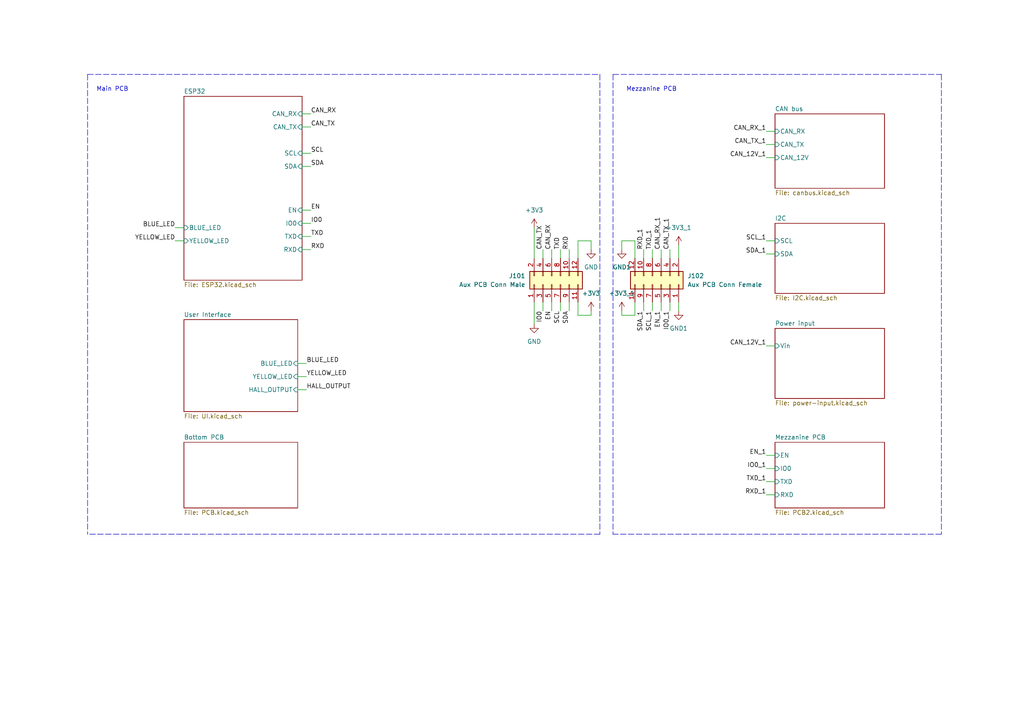
<source format=kicad_sch>
(kicad_sch (version 20211123) (generator eeschema)
  (paper "A4")
  (title_block (title "SH-wg") (date "2022-01-25") (rev "0.1.0") (company "Hat Labs Ltd") (comment 1 "https://creativecommons.org/licenses/by-sa/4.0") (comment 2 "To view a copy of this license, visit ") (comment 3 "SH-ESP32 is licensed under CC BY-SA 4.0."))
  (lib_symbols
    (symbol "+3V3_1_1" (power) (pin_names (offset 0))
      (property "Value" "+3V3_1_1" (at 0 3.556 0))
      (symbol "+3V3_1_1_0_1"
        (polyline (pts (xy -0.762 1.27) (xy 0 2.54)))
        (polyline (pts (xy 0 0) (xy 0 2.54)))
        (polyline (pts (xy 0 2.54) (xy 0.762 1.27)))
      )
      (symbol "+3V3_1_1_1_1"
        (pin power_in line (at 0 0 90) (length 0) hide (name "+3V3_1") (number "1"))
      )
    )
    (symbol "Connector_Generic:Conn_02x06_Odd_Even" (pin_names (offset 1.016) hide)
      (property "Reference" "J" (at 1.27 7.62 0))
      (property "Value" "Conn_02x06_Odd_Even" (at 1.27 -10.16 0))
      (symbol "Conn_02x06_Odd_Even_1_1"
        (rectangle (start -1.27 -7.493) (end 0 -7.747) (stroke (width 0.1524)))
        (rectangle (start -1.27 -4.953) (end 0 -5.207) (stroke (width 0.1524)))
        (rectangle (start -1.27 -2.413) (end 0 -2.667) (stroke (width 0.1524)))
        (rectangle (start -1.27 0.127) (end 0 -0.127) (stroke (width 0.1524)))
        (rectangle (start -1.27 2.667) (end 0 2.413) (stroke (width 0.1524)))
        (rectangle (start -1.27 5.207) (end 0 4.953) (stroke (width 0.1524)))
        (rectangle (start -1.27 6.35) (end 3.81 -8.89) (stroke (width 0.254)) (fill (type background)))
        (rectangle (start 3.81 -7.493) (end 2.54 -7.747) (stroke (width 0.1524)))
        (rectangle (start 3.81 -4.953) (end 2.54 -5.207) (stroke (width 0.1524)))
        (rectangle (start 3.81 -2.413) (end 2.54 -2.667) (stroke (width 0.1524)))
        (rectangle (start 3.81 0.127) (end 2.54 -0.127) (stroke (width 0.1524)))
        (rectangle (start 3.81 2.667) (end 2.54 2.413) (stroke (width 0.1524)))
        (rectangle (start 3.81 5.207) (end 2.54 4.953) (stroke (width 0.1524)))
        (pin passive line (at -5.08 5.08 0) (length 3.81) (name "Pin_1") (number "1"))
        (pin passive line (at 7.62 -5.08 180) (length 3.81) (name "Pin_10") (number "10"))
        (pin passive line (at -5.08 -7.62 0) (length 3.81) (name "Pin_11") (number "11"))
        (pin passive line (at 7.62 -7.62 180) (length 3.81) (name "Pin_12") (number "12"))
        (pin passive line (at 7.62 5.08 180) (length 3.81) (name "Pin_2") (number "2"))
        (pin passive line (at -5.08 2.54 0) (length 3.81) (name "Pin_3") (number "3"))
        (pin passive line (at 7.62 2.54 180) (length 3.81) (name "Pin_4") (number "4"))
        (pin passive line (at -5.08 0 0) (length 3.81) (name "Pin_5") (number "5"))
        (pin passive line (at 7.62 0 180) (length 3.81) (name "Pin_6") (number "6"))
        (pin passive line (at -5.08 -2.54 0) (length 3.81) (name "Pin_7") (number "7"))
        (pin passive line (at 7.62 -2.54 180) (length 3.81) (name "Pin_8") (number "8"))
        (pin passive line (at -5.08 -5.08 0) (length 3.81) (name "Pin_9") (number "9"))
      )
    )
    (symbol "SH-ESP32-mini:+3V3_1" (power) (pin_names (offset 0))
      (property "Value" "+3V3_1" (at 0 3.556 0))
      (symbol "+3V3_1_0_1"
        (polyline (pts (xy -0.762 1.27) (xy 0 2.54)))
        (polyline (pts (xy 0 0) (xy 0 2.54)))
        (polyline (pts (xy 0 2.54) (xy 0.762 1.27)))
      )
      (symbol "+3V3_1_1_1"
        (pin power_in line (at 0 0 90) (length 0) hide (name "+3V3_1") (number "1"))
      )
    )
    (symbol "power:+3V3" (power) (pin_names (offset 0))
      (property "Value" "+3V3" (at 0 3.556 0))
      (symbol "+3V3_0_1"
        (polyline (pts (xy -0.762 1.27) (xy 0 2.54)))
        (polyline (pts (xy 0 0) (xy 0 2.54)))
        (polyline (pts (xy 0 2.54) (xy 0.762 1.27)))
      )
      (symbol "+3V3_1_1"
        (pin power_in line (at 0 0 90) (length 0) hide (name "+3V3") (number "1"))
      )
    )
    (symbol "power:GND" (power) (pin_names (offset 0))
      (property "Value" "GND" (at 0 -3.81 0))
      (symbol "GND_0_1"
        (polyline (pts (xy 0 0) (xy 0 -1.27) (xy 1.27 -1.27) (xy 0 -2.54) (xy -1.27 -1.27) (xy 0 -1.27)))
      )
      (symbol "GND_1_1"
        (pin power_in line (at 0 0 270) (length 0) hide (name "GND") (number "1"))
      )
    )
    (symbol "power:GND1" (power) (pin_names (offset 0))
      (property "Value" "GND1" (at 0 -3.81 0))
      (symbol "GND1_0_1"
        (polyline (pts (xy 0 0) (xy 0 -1.27) (xy 1.27 -1.27) (xy 0 -2.54) (xy -1.27 -1.27) (xy 0 -1.27)))
      )
      (symbol "GND1_1_1"
        (pin power_in line (at 0 0 270) (length 0) hide (name "GND1") (number "1"))
      )
    )
  )
  (wire (pts (xy 157.48 87.63) (xy 157.48 90.17)))
  (wire (pts (xy 88.9 105.41) (xy 86.36 105.41)))
  (wire (pts (xy 165.1 87.63) (xy 165.1 90.17)))
  (wire (pts (xy 180.34 90.17) (xy 180.34 91.44)))
  (wire (pts (xy 184.15 87.63) (xy 184.15 91.44)))
  (wire (pts (xy 196.85 71.12) (xy 196.85 74.93)))
  (wire (pts (xy 162.56 87.63) (xy 162.56 90.17)))
  (wire (pts (xy 50.8 69.85) (xy 53.34 69.85)))
  (wire (pts (xy 87.63 44.45) (xy 90.17 44.45)))
  (wire (pts (xy 191.77 87.63) (xy 191.77 90.17)))
  (wire (pts (xy 222.25 135.89) (xy 224.79 135.89)))
  (wire (pts (xy 222.25 143.51) (xy 224.79 143.51)))
  (wire (pts (xy 87.63 64.77) (xy 90.17 64.77)))
  (polyline (pts (xy 25.4 21.59) (xy 25.4 154.94)))
  (wire (pts (xy 87.63 72.39) (xy 90.17 72.39)))
  (wire (pts (xy 86.36 113.03) (xy 88.9 113.03)))
  (wire (pts (xy 222.25 100.33) (xy 224.79 100.33)))
  (wire (pts (xy 180.34 69.85) (xy 184.15 69.85)))
  (wire (pts (xy 50.8 66.04) (xy 53.34 66.04)))
  (wire (pts (xy 90.17 68.58) (xy 87.63 68.58)))
  (polyline (pts (xy 177.8 21.59) (xy 273.05 21.59)))
  (wire (pts (xy 186.69 90.17) (xy 186.69 87.63)))
  (wire (pts (xy 171.45 69.85) (xy 167.64 69.85)))
  (wire (pts (xy 189.23 72.39) (xy 189.23 74.93)))
  (wire (pts (xy 160.02 87.63) (xy 160.02 90.17)))
  (wire (pts (xy 88.9 109.22) (xy 86.36 109.22)))
  (wire (pts (xy 189.23 90.17) (xy 189.23 87.63)))
  (wire (pts (xy 162.56 72.39) (xy 162.56 74.93)))
  (wire (pts (xy 186.69 74.93) (xy 186.69 72.39)))
  (wire (pts (xy 196.85 87.63) (xy 196.85 90.17)))
  (wire (pts (xy 222.25 139.7) (xy 224.79 139.7)))
  (polyline (pts (xy 177.8 21.59) (xy 177.8 154.94)))
  (wire (pts (xy 224.79 41.91) (xy 222.25 41.91)))
  (wire (pts (xy 87.63 33.02) (xy 90.17 33.02)))
  (polyline (pts (xy 273.05 21.59) (xy 273.05 154.94)))
  (wire (pts (xy 154.94 66.04) (xy 154.94 74.93)))
  (wire (pts (xy 222.25 132.08) (xy 224.79 132.08)))
  (wire (pts (xy 180.34 72.39) (xy 180.34 69.85)))
  (wire (pts (xy 87.63 48.26) (xy 90.17 48.26)))
  (wire (pts (xy 194.31 87.63) (xy 194.31 90.17)))
  (wire (pts (xy 222.25 45.72) (xy 224.79 45.72)))
  (wire (pts (xy 224.79 73.66) (xy 222.25 73.66)))
  (wire (pts (xy 194.31 72.39) (xy 194.31 74.93)))
  (polyline (pts (xy 25.4 21.59) (xy 173.99 21.59)))
  (wire (pts (xy 224.79 38.1) (xy 222.25 38.1)))
  (wire (pts (xy 224.79 69.85) (xy 222.25 69.85)))
  (wire (pts (xy 167.64 87.63) (xy 167.64 91.44)))
  (wire (pts (xy 165.1 72.39) (xy 165.1 74.93)))
  (polyline (pts (xy 173.99 21.59) (xy 173.99 154.94)))
  (wire (pts (xy 171.45 90.17) (xy 171.45 91.44)))
  (wire (pts (xy 180.34 91.44) (xy 184.15 91.44)))
  (wire (pts (xy 184.15 69.85) (xy 184.15 74.93)))
  (wire (pts (xy 157.48 72.39) (xy 157.48 74.93)))
  (wire (pts (xy 87.63 36.83) (xy 90.17 36.83)))
  (wire (pts (xy 171.45 91.44) (xy 167.64 91.44)))
  (wire (pts (xy 191.77 72.39) (xy 191.77 74.93)))
  (wire (pts (xy 154.94 87.63) (xy 154.94 93.98)))
  (polyline (pts (xy 273.05 154.94) (xy 177.8 154.94)))
  (polyline (pts (xy 173.99 154.94) (xy 25.4 154.94)))
  (wire (pts (xy 167.64 69.85) (xy 167.64 74.93)))
  (wire (pts (xy 87.63 60.96) (xy 90.17 60.96)))
  (wire (pts (xy 171.45 72.39) (xy 171.45 69.85)))
  (wire (pts (xy 160.02 72.39) (xy 160.02 74.93)))
  (text "Mezzanine PCB" (at 181.61 26.67 0) (effects (font (size 1.27 1.27)) (justify left bottom)))
  (text "Main PCB" (at 27.94 26.67 0) (effects (font (size 1.27 1.27)) (justify left bottom)))
  (label "CAN_RX_1" (at 222.25 38.1 180))
  (label "SCL" (at 162.56 90.17 270))
  (label "IO0" (at 90.17 64.77 0))
  (label "TXD_1" (at 222.25 139.7 180))
  (label "EN_1" (at 191.77 90.17 270))
  (label "CAN_RX_1" (at 191.77 72.39 90))
  (label "RXD" (at 90.17 72.39 0))
  (label "YELLOW_LED" (at 88.9 109.22 0))
  (label "RXD_1" (at 222.25 143.51 180))
  (label "BLUE_LED" (at 88.9 105.41 0))
  (label "CAN_12V_1" (at 222.25 100.33 180))
  (label "RXD_1" (at 186.69 72.39 90))
  (label "EN" (at 160.02 90.17 270))
  (label "CAN_12V_1" (at 222.25 45.72 180))
  (label "SDA_1" (at 186.69 90.17 270))
  (label "CAN_TX" (at 90.17 36.83 0))
  (label "IO0" (at 157.48 90.17 270))
  (label "TXD" (at 162.56 72.39 90))
  (label "CAN_RX" (at 90.17 33.02 0))
  (label "SCL_1" (at 189.23 90.17 270))
  (label "TXD_1" (at 189.23 72.39 90))
  (label "CAN_TX_1" (at 222.25 41.91 180))
  (label "RXD" (at 165.1 72.39 90))
  (label "CAN_TX" (at 157.48 72.39 90))
  (label "TXD" (at 90.17 68.58 0))
  (label "IO0_1" (at 194.31 90.17 270))
  (label "SDA" (at 90.17 48.26 0))
  (label "SCL" (at 90.17 44.45 0))
  (label "SCL_1" (at 222.25 69.85 180))
  (label "CAN_RX" (at 160.02 72.39 90))
  (label "IO0_1" (at 222.25 135.89 180))
  (label "SDA_1" (at 222.25 73.66 180))
  (label "BLUE_LED" (at 50.8 66.04 180))
  (label "EN" (at 90.17 60.96 0))
  (label "EN_1" (at 222.25 132.08 180))
  (label "CAN_TX_1" (at 194.31 72.39 90))
  (label "HALL_OUTPUT" (at 88.9 113.03 0))
  (label "YELLOW_LED" (at 50.8 69.85 180))
  (label "SDA" (at 165.1 90.17 270))
  (symbol (lib_id "Connector_Generic:Conn_02x06_Odd_Even") (at 160.02 82.55 90) (unit 1)
    (property "Reference" "J101" (at 152.4 80.01 90) (effects (justify left)))
    (property "Value" "Aux PCB Conn Male" (at 152.4 82.55 90) (effects (justify left)))
    (property "Footprint" "Connector_PinHeader_2.54mm:PinHeader_2x06_P2.54mm_Vertical" (effects hide))
  )
  (symbol (lib_id "Connector_Generic:Conn_02x06_Odd_Even") (at 191.77 82.55 270) (mirror x) (unit 1)
    (property "Reference" "J102" (at 199.39 80.01 90) (effects (justify left)))
    (property "Value" "Aux PCB Conn Female" (at 199.39 82.55 90) (effects (justify left)))
    (property "Footprint" "Connector_PinSocket_2.54mm:PinSocket_2x06_P2.54mm_Vertical" (effects hide))
  )
  (symbol (lib_id "power:GND") (at 154.94 93.98 0) (unit 1)
    (property "Reference" "#PWR0102" (effects hide))
    (property "Value" "GND" (at 154.94 99.06 0))
  )
  (symbol (lib_name "+3V3_1_1") (lib_id "SH-ESP32-mini:+3V3_1") (at 180.34 90.17 0) (unit 1)
    (property "Reference" "#PWR0106" (effects hide))
    (property "Value" "+3V3_1" (at 180.34 85.09 0))
  )
  (symbol (lib_id "power:+3V3") (at 171.45 90.17 0) (unit 1)
    (property "Reference" "#PWR0104" (effects hide))
    (property "Value" "+3V3" (at 171.45 85.09 0))
  )
  (symbol (lib_id "power:GND") (at 171.45 72.39 0) (unit 1)
    (property "Reference" "#PWR0103" (effects hide))
    (property "Value" "GND" (at 171.45 77.47 0))
  )
  (symbol (lib_id "power:+3V3") (at 154.94 66.04 0) (unit 1)
    (property "Reference" "#PWR0101" (effects hide))
    (property "Value" "+3V3" (at 154.94 60.96 0))
  )
  (symbol (lib_id "power:GND1") (at 180.34 72.39 0) (unit 1)
    (property "Reference" "#PWR0105" (effects hide))
    (property "Value" "GND1" (at 180.34 77.47 0))
  )
  (symbol (lib_id "SH-ESP32-mini:+3V3_1") (at 196.85 71.12 0) (unit 1)
    (property "Reference" "#PWR0107" (effects hide))
    (property "Value" "+3V3_1" (at 196.85 66.04 0))
  )
  (symbol (lib_id "power:GND1") (at 196.85 90.17 0) (unit 1)
    (property "Reference" "#PWR0108" (effects hide))
    (property "Value" "GND1" (at 196.85 95.25 0))
  )
  (sheet (at 224.79 95.25) (size 31.75 20.32)
    (property "Sheet name" "Power input" (at 224.79 94.5384 0) (effects (justify left bottom)))
    (property "Sheet file" "power-input.kicad_sch" (at 224.79 116.1546 0) (effects (justify left top)))
    (pin "Vin" input (at 224.79 100.33 180))
  )
  (sheet (at 224.79 33.02) (size 31.75 21.59)
    (property "Sheet name" "CAN bus" (at 224.79 32.3084 0) (effects (justify left bottom)))
    (property "Sheet file" "canbus.kicad_sch" (at 224.79 55.1946 0) (effects (justify left top)))
    (pin "CAN_RX" input (at 224.79 38.1 180))
    (pin "CAN_TX" input (at 224.79 41.91 180))
    (pin "CAN_12V" input (at 224.79 45.72 180))
  )
  (sheet (at 53.34 128.27) (size 33.02 19.05)
    (property "Sheet name" "Bottom PCB" (at 53.34 127.5584 0) (effects (justify left bottom)))
    (property "Sheet file" "PCB.kicad_sch" (at 53.34 147.9046 0) (effects (justify left top)))
  )
  (sheet (at 53.34 27.94) (size 34.29 53.34)
    (property "Sheet name" "ESP32" (at 53.34 27.2284 0) (effects (justify left bottom)))
    (property "Sheet file" "ESP32.kicad_sch" (at 53.34 81.8646 0) (effects (justify left top)))
    (pin "TXD" input (at 87.63 68.58 0))
    (pin "RXD" input (at 87.63 72.39 0))
    (pin "CAN_RX" input (at 87.63 33.02 0))
    (pin "CAN_TX" input (at 87.63 36.83 0))
    (pin "BLUE_LED" input (at 53.34 66.04 180))
    (pin "YELLOW_LED" input (at 53.34 69.85 180))
    (pin "SDA" input (at 87.63 48.26 0))
    (pin "SCL" input (at 87.63 44.45 0))
    (pin "IO0" input (at 87.63 64.77 0))
    (pin "EN" input (at 87.63 60.96 0))
  )
  (sheet (at 53.34 92.71) (size 33.02 26.67)
    (property "Sheet name" "User Interface" (at 53.34 91.9984 0) (effects (justify left bottom)))
    (property "Sheet file" "UI.kicad_sch" (at 53.34 119.9646 0) (effects (justify left top)))
    (pin "BLUE_LED" input (at 86.36 105.41 0))
    (pin "YELLOW_LED" input (at 86.36 109.22 0))
    (pin "HALL_OUTPUT" input (at 86.36 113.03 0))
  )
  (sheet (at 224.79 64.77) (size 31.75 20.32) (stroke (width 0.1524))
    (property "Sheet name" "I2C" (at 224.79 64.0584 0) (effects (justify left bottom)))
    (property "Sheet file" "I2C.kicad_sch" (at 224.79 85.6746 0) (effects (justify left top)))
    (pin "SCL" input (at 224.79 69.85 180))
    (pin "SDA" input (at 224.79 73.66 180))
  )
  (sheet (at 224.79 128.27) (size 31.75 19.05) (stroke (width 0.1524))
    (property "Sheet name" "Mezzanine PCB" (at 224.79 127.5584 0) (effects (justify left bottom)))
    (property "Sheet file" "PCB2.kicad_sch" (at 224.79 147.9046 0) (effects (justify left top)))
    (pin "IO0" input (at 224.79 135.89 180))
    (pin "TXD" input (at 224.79 139.7 180))
    (pin "RXD" input (at 224.79 143.51 180))
    (pin "EN" input (at 224.79 132.08 180))
  )
)
</source>
